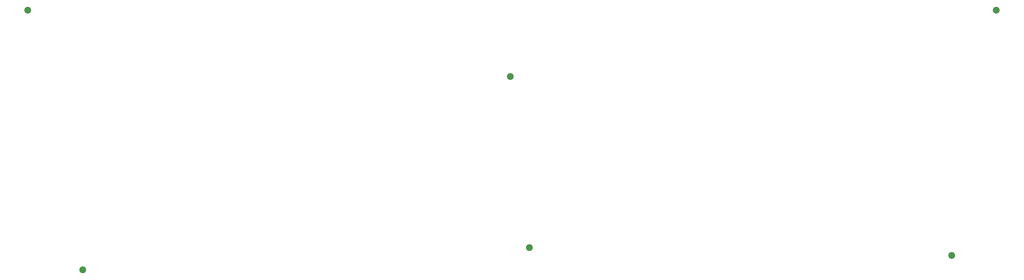
<source format=gbs>
G04 #@! TF.GenerationSoftware,KiCad,Pcbnew,(5.1.9)-1*
G04 #@! TF.CreationDate,2021-05-31T01:00:48+01:00*
G04 #@! TF.ProjectId,EnvKB65_bottom,456e764b-4236-4355-9f62-6f74746f6d2e,rev?*
G04 #@! TF.SameCoordinates,Original*
G04 #@! TF.FileFunction,Soldermask,Bot*
G04 #@! TF.FilePolarity,Negative*
%FSLAX46Y46*%
G04 Gerber Fmt 4.6, Leading zero omitted, Abs format (unit mm)*
G04 Created by KiCad (PCBNEW (5.1.9)-1) date 2021-05-31 01:00:48*
%MOMM*%
%LPD*%
G01*
G04 APERTURE LIST*
%ADD10C,2.200000*%
G04 APERTURE END LIST*
D10*
X382200000Y-101000000D03*
X69000000Y-101000000D03*
X86800000Y-185220000D03*
X367750000Y-180500000D03*
X231250000Y-178000000D03*
X225000000Y-122500000D03*
M02*

</source>
